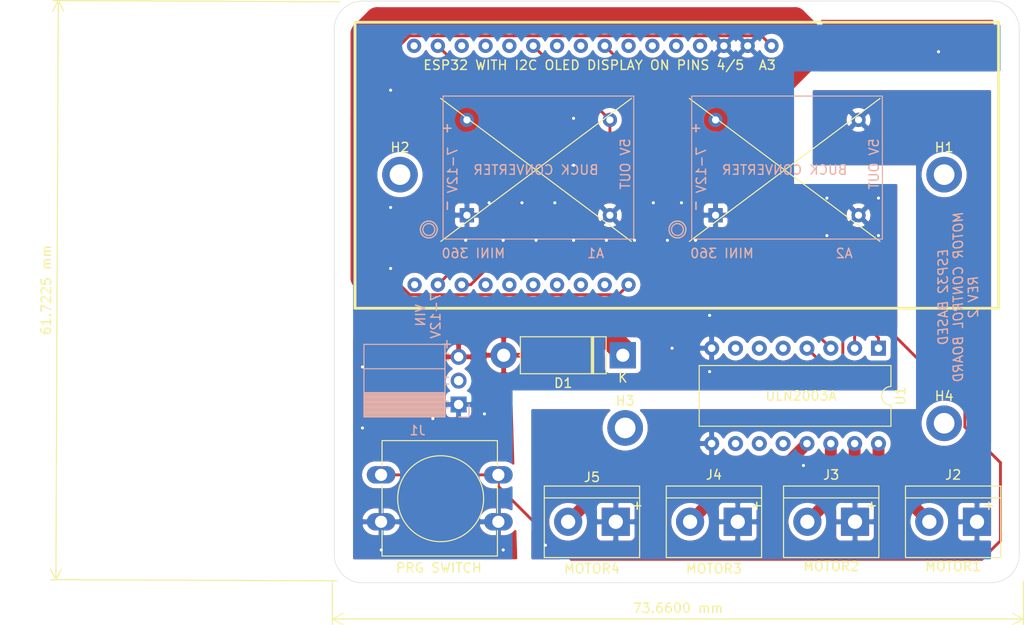
<source format=kicad_pcb>
(kicad_pcb (version 20211014) (generator pcbnew)
  (layers (0 "F.Cu" signal) (31 "B.Cu" signal) (34 "B.Paste" user) (35 "F.Paste" user) (36 "B.SilkS" user "B.Silkscreen") (37 "F.SilkS" user "F.Silkscreen") (38 "B.Mask" user) (39 "F.Mask" user) (44 "Edge.Cuts" user))
  (net 0 "")
  (net 1 "GND")
  (net 2 "VCC")
  (net 3 "Net-(A3-Pad25)")
  (net 4 "Net-(A3-Pad21)")
  (net 5 "Net-(A3-Pad18)")
  (net 6 "Net-(A3-Pad3)")
  (net 7 "Net-(A3-Pad2)")
  (net 8 "Net-(J2-Pad2)")
  (net 9 "Net-(J3-Pad2)")
  (net 10 "Net-(J4-Pad2)")
  (net 11 "Net-(J5-Pad2)")
  (net 12 "/5V_2")
  (net 13 "Net-(A3-Pad26)")
  (net 14 "Net-(A3-Pad24)")
  (net 15 "Net-(A3-Pad23)")
  (net 16 "Net-(A3-Pad22)")
  (net 17 "Net-(A3-Pad20)")
  (net 18 "Net-(A3-Pad19)")
  (net 19 "Net-(A3-Pad17)")
  (net 20 "Net-(A3-Pad16)")
  (net 21 "Net-(A3-Pad15)")
  (net 22 "Net-(A3-Pad14)")
  (net 23 "Net-(A3-Pad9)")
  (net 24 "Net-(A3-Pad8)")
  (net 25 "Net-(A3-Pad7)")
  (net 26 "Net-(A3-Pad6)")
  (net 27 "Net-(A3-Pad5)")
  (net 28 "Net-(A3-Pad4)")
  (net 29 "Net-(A3-Pad1)")
  (net 30 "Net-(U1-Pad7)")
  (net 31 "Net-(U1-Pad6)")
  (net 32 "Net-(U1-Pad5)")
  (net 33 "Net-(U1-Pad12)")
  (net 34 "Net-(U1-Pad11)")
  (net 35 "Net-(U1-Pad10)")
  (net 36 "/DC_IN")
  (net 37 "/VRAW")
  (net 38 "Net-(J1-Pad2)")
  (footprint "MountingHole:MountingHole_2.2mm_M2_DIN965_Pad" (layer "F.Cu") (at 121 86.5)
    (fp_text reference "H2" (at 0 -2.9) (layer "F.SilkS"))
    (fp_text value "MountingHole")
    (pad "1" thru_hole circle locked (at 0 0) (size 3.8 3.8) (drill 2.2) (layers *.Cu *.Mask))
  )
  (footprint "MountingHole:MountingHole_2.2mm_M2_DIN965_Pad" (layer "F.Cu") (at 145 113.5)
    (fp_text reference "H3" (at 0 -2.9) (layer "F.SilkS"))
    (fp_text value "MountingHole")
    (pad "1" thru_hole circle locked (at 0 0) (size 3.8 3.8) (drill 2.2) (layers *.Cu *.Mask))
  )
  (footprint "MountingHole:MountingHole_2.2mm_M2_DIN965_Pad" (layer "F.Cu") (at 179 86.5)
    (fp_text reference "H1" (at 0 -2.9) (layer "F.SilkS"))
    (fp_text value "MountingHole")
    (pad "1" thru_hole circle locked (at 0 0) (size 3.8 3.8) (drill 2.2) (layers *.Cu *.Mask))
  )
  (footprint "TerminalBlock:TerminalBlock_bornier-2_P5.08mm" (layer "F.Cu") (at 144 123.5 180)
    (fp_text reference "J5" (at 2.54 4.75) (layer "F.SilkS"))
    (fp_text value "MOTOR4" (at 2.54 -5) (layer "F.SilkS"))
    (fp_text user "+" (at -2.286 1.778) (layer "F.SilkS"))
    (fp_line (start 7.62 3.81) (end 7.62 -3.81) (layer "F.SilkS") (width 0.12))
    (fp_line (start -2.54 3.81) (end 7.62 3.81) (layer "F.SilkS") (width 0.12))
    (fp_line (start 7.62 -3.81) (end -2.54 -3.81) (layer "F.SilkS") (width 0.12))
    (fp_line (start 7.62 2.54) (end -2.54 2.54) (layer "F.SilkS") (width 0.12))
    (fp_line (start -2.54 -3.81) (end -2.54 3.81) (layer "F.SilkS") (width 0.12))
    (pad "1" thru_hole rect locked (at 0 0 180) (size 3 3) (drill 1.52) (layers *.Cu *.Mask) (net 2 "VCC"))
    (pad "2" thru_hole circle locked (at 5.08 0 180) (size 3 3) (drill 1.52) (layers *.Cu *.Mask) (net 11 "Net-(J5-Pad2)"))
  )
  (footprint "esp-toy:ESP32-OLED" (layer "F.Cu") (at 150.5 85.5)
    (fp_text reference "A3" (at 9.652 -10.668) (layer "F.SilkS"))
    (fp_text value "ESP32-OLED")
    (fp_text user "ESP32 WITH I2C OLED DISPLAY ON PINS 4/5" (at -9.906 -10.668) (layer "F.SilkS"))
    (fp_line (start 34.29 15.24) (end 34.29 -15.24) (layer "F.SilkS") (width 0.3))
    (fp_line (start -34.29 15.24) (end -34.29 11.43) (layer "F.SilkS") (width 0.12))
    (fp_line (start -34.29 15.24) (end 34.29 15.24) (layer "F.SilkS") (width 0.3))
    (fp_line (start 34.29 -15.24) (end -34.29 -15.24) (layer "F.SilkS") (width 0.3))
    (fp_line (start -34.29 -15.24) (end -34.29 -6.35) (layer "F.SilkS") (width 0.12))
    (fp_line (start -34.29 -15.24) (end -34.29 15.24) (layer "F.SilkS") (width 0.3))
    (pad "1" thru_hole circle locked (at -27.94 12.73) (size 1.524 1.524) (drill 0.762) (layers *.Cu *.Mask) (net 29 "Net-(A3-Pad1)"))
    (pad "2" thru_hole circle locked (at -25.46 12.73) (size 1.524 1.524) (drill 0.762) (layers *.Cu *.Mask) (net 7 "Net-(A3-Pad2)"))
    (pad "3" thru_hole circle locked (at -22.92 12.73) (size 1.524 1.524) (drill 0.762) (layers *.Cu *.Mask) (net 6 "Net-(A3-Pad3)"))
    (pad "4" thru_hole circle locked (at -20.38 12.73) (size 1.524 1.524) (drill 0.762) (layers *.Cu *.Mask) (net 28 "Net-(A3-Pad4)"))
    (pad "5" thru_hole circle locked (at -17.84 12.73) (size 1.524 1.524) (drill 0.762) (layers *.Cu *.Mask) (net 27 "Net-(A3-Pad5)"))
    (pad "6" thru_hole circle locked (at -15.3 12.73) (size 1.524 1.524) (drill 0.762) (layers *.Cu *.Mask) (net 26 "Net-(A3-Pad6)"))
    (pad "7" thru_hole circle locked (at -12.76 12.73) (size 1.524 1.524) (drill 0.762) (layers *.Cu *.Mask) (net 25 "Net-(A3-Pad7)"))
    (pad "8" thru_hole circle locked (at -10.22 12.73) (size 1.524 1.524) (drill 0.762) (layers *.Cu *.Mask) (net 24 "Net-(A3-Pad8)"))
    (pad "9" thru_hole circle locked (at -7.68 12.73) (size 1.524 1.524) (drill 0.762) (layers *.Cu *.Mask) (net 23 "Net-(A3-Pad9)"))
    (pad "10" thru_hole circle locked (at -5.14 12.73) (size 1.524 1.524) (drill 0.762) (layers *.Cu *.Mask) (net 12 "/5V_2"))
    (pad "11" thru_hole circle locked (at 10.1 -12.73) (size 1.524 1.524) (drill 0.762) (layers *.Cu *.Mask) (net 12 "/5V_2"))
    (pad "12" thru_hole circle locked (at 7.56 -12.73) (size 1.524 1.524) (drill 0.762) (layers *.Cu *.Mask) (net 1 "GND"))
    (pad "13" thru_hole circle locked (at 5.02 -12.73) (size 1.524 1.524) (drill 0.762) (layers *.Cu *.Mask) (net 1 "GND"))
    (pad "14" thru_hole circle locked (at 2.48 -12.73) (size 1.524 1.524) (drill 0.762) (layers *.Cu *.Mask) (net 22 "Net-(A3-Pad14)"))
    (pad "15" thru_hole circle locked (at -0.06 -12.73) (size 1.524 1.524) (drill 0.762) (layers *.Cu *.Mask) (net 21 "Net-(A3-Pad15)"))
    (pad "16" thru_hole circle locked (at -2.6 -12.73) (size 1.524 1.524) (drill 0.762) (layers *.Cu *.Mask) (net 20 "Net-(A3-Pad16)"))
    (pad "17" thru_hole circle locked (at -5.14 -12.73) (size 1.524 1.524) (drill 0.762) (layers *.Cu *.Mask) (net 19 "Net-(A3-Pad17)"))
    (pad "18" thru_hole circle locked (at -7.68 -12.73) (size 1.524 1.524) (drill 0.762) (layers *.Cu *.Mask) (net 5 "Net-(A3-Pad18)"))
    (pad "19" thru_hole circle locked (at -10.22 -12.73) (size 1.524 1.524) (drill 0.762) (layers *.Cu *.Mask) (net 18 "Net-(A3-Pad19)"))
    (pad "20" thru_hole circle locked (at -12.76 -12.73) (size 1.524 1.524) (drill 0.762) (layers *.Cu *.Mask) (net 17 "Net-(A3-Pad20)"))
    (pad "21" thru_hole circle locked (at -15.3 -12.73) (size 1.524 1.524) (drill 0.762) (layers *.Cu *.Mask) (net 4 "Net-(A3-Pad21)"))
    (pad "22" thru_hole circle locked (at -17.84 -12.73) (size 1.524 1.524) (drill 0.762) (layers *.Cu *.Mask) (net 16 "Net-(A3-Pad22)"))
    (pad "23" thru_hole circle locked (at -20.38 -12.73) (size 1.524 1.524) (drill 0.762) (layers *.Cu *.Mask) (net 15 "Net-(A3-Pad23)"))
    (pad "24" thru_hole circle locked (at -22.92 -12.73) (size 1.524 1.524) (drill 0.762) (layers *.Cu *.Mask) (net 14 "Net-(A3-Pad24)"))
    (pad "25" thru_hole circle locked (at -25.46 -12.73) (size 1.524 1.524) (drill 0.762) (layers *.Cu *.Mask) (net 3 "Net-(A3-Pad25)"))
    (pad "26" thru_hole circle locked (at -28 -12.73) (size 1.524 1.524) (drill 0.762) (layers *.Cu *.Mask) (net 13 "Net-(A3-Pad26)"))
  )
  (footprint "TerminalBlock:TerminalBlock_bornier-2_P5.08mm" (layer "F.Cu") (at 157 123.5 180)
    (fp_text reference "J4" (at 2.54 5) (layer "F.SilkS"))
    (fp_text value "MOTOR3" (at 2.54 -5) (layer "F.SilkS"))
    (fp_text user "+" (at -2.032 1.778) (layer "F.SilkS"))
    (fp_line (start 7.62 -3.81) (end -2.54 -3.81) (layer "F.SilkS") (width 0.12))
    (fp_line (start -2.54 3.81) (end 7.62 3.81) (layer "F.SilkS") (width 0.12))
    (fp_line (start -2.54 -3.81) (end -2.54 3.81) (layer "F.SilkS") (width 0.12))
    (fp_line (start 7.62 2.54) (end -2.54 2.54) (layer "F.SilkS") (width 0.12))
    (fp_line (start 7.62 3.81) (end 7.62 -3.81) (layer "F.SilkS") (width 0.12))
    (pad "1" thru_hole rect locked (at 0 0 180) (size 3 3) (drill 1.52) (layers *.Cu *.Mask) (net 2 "VCC"))
    (pad "2" thru_hole circle locked (at 5.08 0 180) (size 3 3) (drill 1.52) (layers *.Cu *.Mask) (net 10 "Net-(J4-Pad2)"))
  )
  (footprint "MountingHole:MountingHole_2.2mm_M2_DIN965_Pad" (layer "F.Cu") (at 179 113)
    (fp_text reference "H4" (at 0 -2.9) (layer "F.SilkS"))
    (fp_text value "MountingHole")
    (pad "1" thru_hole circle locked (at 0 0) (size 3.8 3.8) (drill 2.2) (layers *.Cu *.Mask))
  )
  (footprint "Button_Switch_THT:SW_PUSH-12mm" (layer "F.Cu") (at 118.986 118.5)
    (fp_text reference "SW1")
    (fp_text value "PRG SWITCH" (at 6.15 9.906) (layer "F.SilkS"))
    (fp_line (start 0.1 4.07) (end 0.1 0.93) (layer "F.SilkS") (width 0.12))
    (fp_line (start 12.4 5.93) (end 12.4 8.65) (layer "F.SilkS") (width 0.12))
    (fp_line (start 0.1 8.65) (end 0.1 5.93) (layer "F.SilkS") (width 0.12))
    (fp_line (start 0.1 -0.93) (end 0.1 -3.65) (layer "F.SilkS") (width 0.12))
    (fp_line (start 12.4 0.93) (end 12.4 4.07) (layer "F.SilkS") (width 0.12))
    (fp_line (start 12.4 8.65) (end 0.1 8.65) (layer "F.SilkS") (width 0.12))
    (fp_line (start 12.4 -3.65) (end 12.4 -0.93) (layer "F.SilkS") (width 0.12))
    (fp_line (start 0.1 -3.65) (end 12.4 -3.65) (layer "F.SilkS") (width 0.12))
    (fp_circle (center 6.35 2.54) (end 10.16 5.08) (layer "F.SilkS") (width 0.12) (fill none))
    (pad "1" thru_hole oval locked (at 0 0) (size 3.048 1.85) (drill 1.3) (layers *.Cu *.Mask) (net 5 "Net-(A3-Pad18)"))
    (pad "1" thru_hole oval locked (at 12.5 0) (size 3.048 1.85) (drill 1.3) (layers *.Cu *.Mask) (net 5 "Net-(A3-Pad18)"))
    (pad "2" thru_hole oval locked (at 0 5) (size 3.048 1.85) (drill 1.3) (layers *.Cu *.Mask) (net 1 "GND"))
    (pad "2" thru_hole oval locked (at 12.5 5) (size 3.048 1.85) (drill 1.3) (layers *.Cu *.Mask) (net 1 "GND"))
  )
  (footprint "Package_DIP:DIP-16_W10.16mm" (layer "F.Cu") (at 172 105 -90)
    (fp_text reference "U1" (at 5.08 -2.33 90) (layer "F.SilkS"))
    (fp_text value "ULN2003A")
    (fp_text user "ULN2003A" (at 5.08 8.255 180) (layer "F.SilkS"))
    (fp_line (start 1.845 19.11) (end 8.315 19.11) (layer "F.SilkS") (width 0.12))
    (fp_line (start 8.315 -1.33) (end 6.08 -1.33) (layer "F.SilkS") (width 0.12))
    (fp_line (start 1.845 -1.33) (end 1.845 19.11) (layer "F.SilkS") (width 0.12))
    (fp_line (start 8.315 19.11) (end 8.315 -1.33) (layer "F.SilkS") (width 0.12))
    (fp_line (start 4.08 -1.33) (end 1.845 -1.33) (layer "F.SilkS") (width 0.12))
    (fp_arc (start 6.08 -1.33) (mid 5.08 -0.33) (end 4.08 -1.33) (layer "F.SilkS") (width 0.12))
    (pad "1" thru_hole rect locked (at 0 0 270) (size 1.6 1.6) (drill 0.8) (layers *.Cu *.Mask) (net 4 "Net-(A3-Pad21)"))
    (pad "2" thru_hole oval locked (at 0 2.54 270) (size 1.6 1.6) (drill 0.8) (layers *.Cu *.Mask) (net 3 "Net-(A3-Pad25)"))
    (pad "3" thru_hole oval locked (at 0 5.08 270) (size 1.6 1.6) (drill 0.8) (layers *.Cu *.Mask) (net 6 "Net-(A3-Pad3)"))
    (pad "4" thru_hole oval locked (at 0 7.62 270) (size 1.6 1.6) (drill 0.8) (layers *.Cu *.Mask) (net 7 "Net-(A3-Pad2)"))
    (pad "5" thru_hole oval locked (at 0 10.16 270) (size 1.6 1.6) (drill 0.8) (layers *.Cu *.Mask) (net 32 "Net-(U1-Pad5)"))
    (pad "6" thru_hole oval locked (at 0 12.7 270) (size 1.6 1.6) (drill 0.8) (layers *.Cu *.Mask) (net 31 "Net-(U1-Pad6)"))
    (pad "7" thru_hole oval locked (at 0 15.24 270) (size 1.6 1.6) (drill 0.8) (layers *.Cu *.Mask) (net 30 "Net-(U1-Pad7)"))
    (pad "8" thru_hole oval locked (at 0 17.78 270) (size 1.6 1.6) (drill 0.8) (layers *.Cu *.Mask) (net 1 "GND"))
    (pad "9" thru_hole oval locked (at 10.16 17.78 270) (size 1.6 1.6) (drill 0.8) (layers *.Cu *.Mask) (net 2 "VCC"))
    (pad "10" thru_hole oval locked (at 10.16 15.24 270) (size 1.6 1.6) (drill 0.8) (layers *.Cu *.Mask) (net 35 "Net-(U1-Pad10)"))
    (pad "11" thru_hole oval locked (at 10.16 12.7 270) (size 1.6 1.6) (drill 0.8) (layers *.Cu *.Mask) (net 34 "Net-(U1-Pad11)"))
    (pad "12" thru_hole oval locked (at 10.16 10.16 270) (size 1.6 1.6) (drill 0.8) (layers *.Cu *.Mask) (net 33 "Net-(U1-Pad12)"))
    (pad "13" thru_hole oval locked (at 10.16 7.62 270) (size 1.6 1.6) (drill 0.8) (layers *.Cu *.Mask) (net 11 "Net-(J5-Pad2)"))
    (pad "14" thru_hole oval locked (at 10.16 5.08 270) (size 1.6 1.6) (drill 0.8) (layers *.Cu *.Mask) (net 10 "Net-(J4-Pad2)"))
    (pad "15" thru_hole oval locked (at 10.16 2.54 270) (size 1.6 1.6) (drill 0.8) (layers *.Cu *.Mask) (net 9 "Net-(J3-Pad2)"))
    (pad "16" thru_hole oval locked (at 10.16 0 270) (size 1.6 1.6) (drill 0.8) (layers *.Cu *.Mask) (net 8 "Net-(J2-Pad2)"))
  )
  (footprint "Diode_THT:D_5W_P12.70mm_Horizontal" (layer "F.Cu") (at 144.75 105.75 180)
    (fp_text reference "D1" (at 6.35 -2.97) (layer "F.SilkS"))
    (fp_text value "D")
    (fp_text user "K" (at 0 -2.4) (layer "F.SilkS"))
    (fp_line (start 10.92 -1.97) (end 1.78 -1.97) (layer "F.SilkS") (width 0.12))
    (fp_line (start 3.355 -1.97) (end 3.355 1.97) (layer "F.SilkS") (width 0.12))
    (fp_line (start 11.06 0) (end 10.92 0) (layer "F.SilkS") (width 0.12))
    (fp_line (start 10.92 1.97) (end 10.92 -1.97) (layer "F.SilkS") (width 0.12))
    (fp_line (start 1.78 1.97) (end 10.92 1.97) (layer "F.SilkS") (width 0.12))
    (fp_line (start 3.115 -1.97) (end 3.115 1.97) (layer "F.SilkS") (width 0.12))
    (fp_line (start 1.78 -1.97) (end 1.78 1.97) (layer "F.SilkS") (width 0.12))
    (fp_line (start 1.64 0) (end 1.78 0) (layer "F.SilkS") (width 0.12))
    (fp_line (start 3.235 -1.97) (end 3.235 1.97) (layer "F.SilkS") (width 0.12))
    (pad "1" thru_hole rect locked (at 0 0 180) (size 2.8 2.8) (drill 1.4) (layers *.Cu *.Mask) (net 36 "/DC_IN"))
    (pad "2" thru_hole oval locked (at 12.7 0 180) (size 2.8 2.8) (drill 1.4) (layers *.Cu *.Mask) (net 37 "/VRAW"))
  )
  (footprint "TerminalBlock:TerminalBlock_bornier-2_P5.08mm" (layer "F.Cu") (at 169.5 123.5 180)
    (fp_text reference "J3" (at 2.54 5) (layer "F.SilkS"))
    (fp_text value "MOTOR2" (at 2.54 -4.75) (layer "F.SilkS"))
    (fp_text user "+" (at -1.778 1.778) (layer "F.SilkS"))
    (fp_line (start -2.54 -3.81) (end -2.54 3.81) (layer "F.SilkS") (width 0.12))
    (fp_line (start -2.54 3.81) (end 7.62 3.81) (layer "F.SilkS") (width 0.12))
    (fp_line (start 7.62 -3.81) (end -2.54 -3.81) (layer "F.SilkS") (width 0.12))
    (fp_line (start 7.62 3.81) (end 7.62 -3.81) (layer "F.SilkS") (width 0.12))
    (fp_line (start 7.62 2.54) (end -2.54 2.54) (layer "F.SilkS") (width 0.12))
    (pad "1" thru_hole rect locked (at 0 0 180) (size 3 3) (drill 1.52) (layers *.Cu *.Mask) (net 2 "VCC"))
    (pad "2" thru_hole circle locked (at 5.08 0 180) (size 3 3) (drill 1.52) (layers *.Cu *.Mask) (net 9 "Net-(J3-Pad2)"))
  )
  (footprint "TerminalBlock:TerminalBlock_bornier-2_P5.08mm" (layer "F.Cu") (at 182.5 123.5 180)
    (fp_text reference "J2" (at 2.54 5) (layer "F.SilkS"))
    (fp_text value "MOTOR1" (at 2.54 -4.75) (layer "F.SilkS"))
    (fp_text user "+" (at -1.27 1.778) (layer "F.SilkS"))
    (fp_line (start 7.62 -3.81) (end -2.54 -3.81) (layer "F.SilkS") (width 0.12))
    (fp_line (start 7.62 3.81) (end 7.62 -3.81) (layer "F.SilkS") (width 0.12))
    (fp_line (start 7.62 2.54) (end -2.54 2.54) (layer "F.SilkS") (width 0.12))
    (fp_line (start -2.54 -3.81) (end -2.54 3.81) (layer "F.SilkS") (width 0.12))
    (fp_line (start -2.54 3.81) (end 7.62 3.81) (layer "F.SilkS") (width 0.12))
    (pad "1" thru_hole rect locked (at 0 0 180) (size 3 3) (drill 1.52) (layers *.Cu *.Mask) (net 2 "VCC"))
    (pad "2" thru_hole circle locked (at 5.08 0 180) (size 3 3) (drill 1.52) (layers *.Cu *.Mask) (net 8 "Net-(J2-Pad2)"))
  )
  (footprint "esp-toy:MINI_360" (layer "B.Cu") (at 135.5 86)
    (fp_text reference "A1" (at 6.35 8.89) (layer "B.SilkS") (effects (justify mirror)))
    (fp_text value "MINI_360")
    (fp_text user "MINI 360" (at -10.16 8.89) (layer "B.SilkS") (effects (justify right mirror)))
    (fp_text user "BUCK CONVERTER" (at 0 0) (layer "B.SilkS") (effects (justify mirror)))
    (fp_text user "+" (at -9.525 -4.445 -90) (layer "B.SilkS") (effects (justify mirror)))
    (fp_text user "5V OUT" (at 9.525 -0.635 -90) (layer "B.SilkS") (effects (justify mirror)))
    (fp_text user "-" (at -9.525 3.81 -90) (layer "B.SilkS") (effects (justify mirror)))
    (fp_text user "7-12V" (at -8.89 0 -90) (layer "B.SilkS") (effects (justify mirror)))
    (fp_text user "+" (at -9.525 -4.445 -90) (layer "B.SilkS") (effects (justify mirror)))
    (fp_text user "-" (at -9.525 3.81 -90) (layer "B.SilkS") (effects (justify mirror)))
    (fp_line (start 10.414 7.366) (end 10.414 -7.874) (layer "B.SilkS") (width 0.12))
    (fp_line (start -9.906 7.366) (end 10.414 7.366) (layer "B.SilkS") (width 0.12))
    (fp_line (start -9.906 -7.874) (end -9.906 7.366) (layer "B.SilkS") (width 0.12))
    (fp_line (start 10.414 -7.874) (end -9.906 -7.874) (layer "B.SilkS") (width 0.12))
    (fp_circle (center -11.43 6.35) (end -11.43 6.985) (layer "B.SilkS") (width 0.12) (fill none))
    (fp_circle (center -11.43 6.35) (end -11.43 6.985) (layer "B.SilkS") (width 0.12) (fill none))
    (fp_circle (center -11.43 6.35) (end -10.795 5.715) (layer "B.SilkS") (width 0.12) (fill none))
    (fp_line (start 10.16 7.62) (end -10.16 -7.62) (layer "F.SilkS") (width 0.12))
    (fp_line (start -10.16 7.62) (end 10.16 -7.62) (layer "F.SilkS") (width 0.12))
    (fp_circle (center -11.43 6.35) (end -10.531974 6.35) (layer "F.SilkS") (width 0.12) (fill none))
    (pad "1" thru_hole rect locked (at -7.366 4.826) (size 1.524 1.524) (drill 0.762) (layers *.Cu *.Mask) (net 1 "GND"))
    (pad "2" thru_hole circle locked (at -7.366 -5.334) (size 1.524 1.524) (drill 0.762) (layers *.Cu *.Mask) (net 36 "/DC_IN"))
    (pad "3" thru_hole circle locked (at 7.874 -5.334) (size 1.524 1.524) (drill 0.762) (layers *.Cu *.Mask) (net 12 "/5V_2"))
    (pad "4" thru_hole circle locked (at 7.874 4.826) (size 1.524 1.524) (drill 0.762) (layers *.Cu *.Mask) (net 1 "GND"))
  )
  (footprint "esp-toy:MINI_360" (layer "B.Cu") (at 162 86)
    (fp_text reference "A2" (at 6.35 8.89) (layer "B.SilkS") (effects (justify mirror)))
    (fp_text value "MINI_360")
    (fp_text user "7-12V" (at -8.89 0 -90) (layer "B.SilkS") (effects (justify mirror)))
    (fp_text user "5V OUT" (at 9.525 -0.635 -90) (layer "B.SilkS") (effects (justify mirror)))
    (fp_text user "-" (at -9.525 3.81 -90) (layer "B.SilkS") (effects (justify mirror)))
    (fp_text user "MINI 360" (at -10.16 8.89) (layer "B.SilkS") (effects (justify right mirror)))
    (fp_text user "+" (at -9.525 -4.445 -90) (layer "B.SilkS") (effects (justify mirror)))
    (fp_text user "BUCK CONVERTER" (at 0 0) (layer "B.SilkS") (effects (justify mirror)))
    (fp_text user "+" (at -9.525 -4.445 -90) (layer "B.SilkS") (effects (justify mirror)))
    (fp_text user "-" (at -9.525 3.81 -90) (layer "B.SilkS") (effects (justify mirror)))
    (fp_line (start -9.906 -7.874) (end -9.906 7.366) (layer "B.SilkS") (width 0.12))
    (fp_line (start 10.414 7.366) (end 10.414 -7.874) (layer "B.SilkS") (width 0.12))
    (fp_line (start 10.414 -7.874) (end -9.906 -7.874) (layer "B.SilkS") (width 0.12))
    (fp_line (start -9.906 7.366) (end 10.414 7.366) (layer "B.SilkS") (width 0.12))
    (fp_circle (center -11.43 6.35) (end -11.43 6.985) (layer "B.SilkS") (width 0.12) (fill none))
    (fp_circle (center -11.43 6.35) (end -10.795 5.715) (layer "B.SilkS") (width 0.12) (fill none))
    (fp_circle (center -11.43 6.35) (end -11.43 6.985) (layer "B.SilkS") (width 0.12) (fill none))
    (fp_line (start 10.16 7.62) (end -10.16 -7.62) (layer "F.SilkS") (width 0.12))
    (fp_line (start -10.16 7.62) (end 10.16 -7.62) (layer "F.SilkS") (width 0.12))
    (fp_circle (center -11.43 6.35) (end -10.531974 6.35) (layer "F.SilkS") (width 0.12) (fill none))
    (pad "1" thru_hole rect locked (at -7.366 4.826) (size 1.524 1.524) (drill 0.762) (layers *.Cu *.Mask) (net 1 "GND"))
    (pad "2" thru_hole circle locked (at -7.366 -5.334) (size 1.524 1.524) (drill 0.762) (layers *.Cu *.Mask) (net 36 "/DC_IN"))
    (pad "3" thru_hole circle locked (at 7.874 -5.334) (size 1.524 1.524) (drill 0.762) (layers *.Cu *.Mask) (net 2 "VCC"))
    (pad "4" thru_hole circle locked (at 7.874 4.826) (size 1.524 1.524) (drill 0.762) (layers *.Cu *.Mask) (net 1 "GND"))
  )
  (footprint "Connector_PinSocket_2.54mm:PinSocket_1x03_P2.54mm_Horizontal" (layer "B.Cu") (at 127.25 111)
    (fp_text reference "J1" (at -4.38 2.77) (layer "B.SilkS") (effects (justify mirror)))
    (fp_text value "Conn_01x03_Female")
    (fp_text user "+" (at -1.25 -6.5) (layer "B.SilkS") (effects (justify mirror)))
    (fp_line (start -1.46 -2.18) (end -1.05 -2.18) (layer "B.SilkS") (width 0.12))
    (fp_line (start -1.46 -2.9) (end -1.05 -2.9) (layer "B.SilkS") (width 0.12))
    (fp_line (start -10.09 -1.27) (end -1.46 -1.27) (layer "B.SilkS") (width 0.12))
    (fp_line (start -10.09 0.02905) (end -1.46 0.02905) (layer "B.SilkS") (width 0.12))
    (fp_line (start -10.09 -6.41) (end -1.46 -6.41) (layer "B.SilkS") (width 0.12))
    (fp_line (start -1.46 -0.36) (end -1.11 -0.36) (layer "B.SilkS") (width 0.12))
    (fp_line (start 0 1.33) (end 1.11 1.33) (layer "B.SilkS") (width 0.12))
    (fp_line (start -10.09 0.73762) (end -1.46 0.73762) (layer "B.SilkS") (width 0.12))
    (fp_line (start -10.09 -3.81) (end -1.46 -3.81) (layer "B.SilkS") (width 0.12))
    (fp_line (start -10.09 -0.44333) (end -1.46 -0.44333) (layer "B.SilkS") (width 0.12))
    (fp_line (start -10.09 -0.20714) (end -1.46 -0.20714) (layer "B.SilkS") (width 0.12))
    (fp_line (start -10.09 -1.1519) (end -1.46 -1.1519) (layer "B.SilkS") (width 0.12))
    (fp_line (start -10.09 -0.561425) (end -1.46 -0.561425) (layer "B.SilkS") (width 0.12))
    (fp_line (start -10.09 -1.033805) (end -1.46 -1.033805) (layer "B.SilkS") (width 0.12))
    (fp_line (start -10.09 1.33) (end -10.09 -6.41) (layer "B.SilkS") (width 0.12))
    (fp_line (start -1.46 1.33) (end -1.46 -6.41) (layer "B.SilkS") (width 0.12))
    (fp_line (start -10.09 1.33) (end -1.46 1.33) (layer "B.SilkS") (width 0.12))
    (fp_line (start -10.09 1.21) (end -1.46 1.21) (layer "B.SilkS") (width 0.12))
    (fp_line (start -10.09 0.855715) (end -1.46 0.855715) (layer "B.SilkS") (width 0.12))
    (fp_line (start -10.09 -0.67952) (end -1.46 -0.67952) (layer "B.SilkS") (width 0.12))
    (fp_line (start -10.09 0.50143) (end -1.46 0.50143) (layer "B.SilkS") (width 0.12))
    (fp_line (start -10.09 0.147145) (end -1.46 0.147145) (layer "B.SilkS") (width 0.12))
    (fp_line (start -10.09 0.619525) (end -1.46 0.619525) (layer "B.SilkS") (width 0.12))
    (fp_line (start -10.09 -0.797615) (end -1.46 -0.797615) (layer "B.SilkS") (width 0.12))
    (fp_line (start -10.09 0.26524) (end -1.46 0.26524) (layer "B.SilkS") (width 0.12))
    (fp_line (start -10.09 -0.325235) (end -1.46 -0.325235) (layer "B.SilkS") (width 0.12))
    (fp_line (start -1.46 0.36) (end -1.11 0.36) (layer "B.SilkS") (width 0.12))
    (fp_line (start -1.46 -4.72) (end -1.05 -4.72) (layer "B.SilkS") (width 0.12))
    (fp_line (start -1.46 -5.44) (end -1.05 -5.44) (layer "B.SilkS") (width 0.12))
    (fp_line (start -10.09 0.383335) (end -1.46 0.383335) (layer "B.SilkS") (width 0.12))
    (fp_line (start -10.09 -0.089045) (end -1.46 -0.089045) (layer "B.SilkS") (width 0.12))
    (fp_line (start -10.09 -0.91571) (end -1.46 -0.91571) (layer "B.SilkS") (width 0.12))
    (fp_line (start -10.09 0.97381) (end -1.46 0.97381) (layer "B.SilkS") (width 0.12))
    (fp_line (start 1.11 1.33) (end 1.11 0) (layer "B.SilkS") (width 0.12))
    (fp_line (start -10.09 1.091905) (end -1.46 1.091905) (layer "B.SilkS") (width 0.12))
    (pad "1" thru_hole rect locked (at 0 0) (size 1.7 1.7) (drill 1) (layers *.Cu *.Mask) (net 1 "GND"))
    (pad "2" thru_hole oval locked (at 0 -2.54) (size 1.7 1.7) (drill 1) (layers *.Cu *.Mask) (net 38 "Net-(J1-Pad2)"))
    (pad "3" thru_hole oval locked (at 0 -5.08) (size 1.7 1.7) (drill 1) (layers *.Cu *.Mask) (net 37 "/VRAW"))
  )
  (gr_line (start 184 130) (end 117 130) (layer "Edge.Cuts") (width 0.05))
  (gr_line (start 187 71) (end 187 127) (layer "Edge.Cuts") (width 0.05))
  (gr_line (start 114 127) (end 114 71) (layer "Edge.Cuts") (width 0.05))
  (gr_line (start 117 68) (end 184 68) (layer "Edge.Cuts") (width 0.05))
  (gr_arc (start 117 130) (mid 114.87868 129.12132) (end 114 127) (layer "Edge.Cuts") (width 0.05))
  (gr_arc (start 187 127) (mid 186.12132 129.12132) (end 184 130) (layer "Edge.Cuts") (width 0.05))
  (gr_arc (start 184 68) (mid 186.12132 68.87868) (end 187 71) (layer "Edge.Cuts") (width 0.05))
  (gr_arc (start 114 71) (mid 114.87868 68.87868) (end 117 68) (layer "Edge.Cuts") (width 0.05))
  (gr_text "ESP32 BASED\nMOTOR CONTROL BOARD\nREV 2" (at 180.5 99.5 90) (layer "B.SilkS") (effects (font (size 1 1) (thickness 0.15) italic) (justify mirror)))
  (gr_text "VIN\n7-12V" (at 124 101.5 90) (layer "B.SilkS") (effects (font (size 1 1)) (justify mirror)))
  (dimension (type aligned) (layer "F.SilkS") (pts (xy 187.452 129.794) (xy 113.792 129.794)) (height -4.064) (gr_text "73.6600 mm" (at 150.622 132.708) (layer "F.SilkS") (effects (font (size 1 1) (thickness 0.15)))) (format (units 2) (units_format 1) (precision 4)) (style (thickness 0.12) (arrow_length 1.27) (text_position_mode 0) (extension_height 0.58642) (extension_offset 0) keep_text_aligned))
  (dimension (type aligned) (layer "F.SilkS") (pts (xy 114.554 68.072) (xy 114.3 129.794)) (height 29.975926) (gr_text "61.7225 mm" (at 83.301338 98.804911 89.76421623) (layer "F.SilkS") (effects (font (size 1 1) (thickness 0.15)))) (format (units 2) (units_format 1) (precision 4)) (style (thickness 0.12) (arrow_length 1.27) (text_position_mode 0) (extension_height 0.58642) (extension_offset 0) keep_text_aligned))
  (via (at 128 93.5) (size 0.6858) (drill 0.3302) (layers "F.Cu" "B.Cu") (net 1))
  (via (at 172 93) (size 0.6858) (drill 0.3302) (layers "F.Cu" "B.Cu") (net 1))
  (via (at 178.4 73.4) (size 0.6858) (drill 0.3302) (layers "F.Cu" "B.Cu") (net 1))
  (via (at 152.5 93.5) (size 0.6858) (drill 0.3302) (layers "F.Cu" "B.Cu") (net 1))
  (via (at 149.5 93.5) (size 0.6858) (drill 0.3302) (layers "F.Cu" "B.Cu") (net 1))
  (via (at 119 126.5) (size 0.6858) (drill 0.3302) (layers "F.Cu" "B.Cu") (net 1))
  (via (at 154 101.5) (size 0.6858) (drill 0.3302) (layers "F.Cu" "B.Cu") (net 1))
  (via (at 166.5 89) (size 0.6858) (drill 0.3302) (layers "F.Cu" "B.Cu") (net 1))
  (via (at 124.5 112.5) (size 0.6858) (drill 0.3302) (layers "F.Cu" "B.Cu") (net 1))
  (via (at 120 96.5) (size 0.6858) (drill 0.3302) (layers "F.Cu" "B.Cu") (net 1))
  (via (at 154 107.5) (size 0.6858) (drill 0.3302) (layers "F.Cu" "B.Cu") (net 1))
  (via (at 139.5 80.5) (size 0.6858) (drill 0.3302) (layers "F.Cu" "B.Cu") (net 1))
  (via (at 151 89.5) (size 0.6858) (drill 0.3302) (layers "F.Cu" "B.Cu") (net 1))
  (via (at 139.5 85.5) (size 0.6858) (drill 0.3302) (layers "F.Cu" "B.Cu") (net 1))
  (via (at 120 77.5) (size 0.6858) (drill 0.3302) (layers "F.Cu" "B.Cu") (net 1))
  (via (at 172 89) (size 0.6858) (drill 0.3302) (layers "F.Cu" "B.Cu") (net 1))
  (via (at 117 113.5) (size 0.6858) (drill 0.3302) (layers "F.Cu" "B.Cu") (net 1))
  (via (at 117 107) (size 0.6858) (drill 0.3302) (layers "F.Cu" "B.Cu") (net 1))
  (via (at 132 93.5) (size 0.6858) (drill 0.3302) (layers "F.Cu" "B.Cu") (net 1))
  (via (at 130 112) (size 0.6858) (drill 0.3302) (layers "F.Cu" "B.Cu") (net 1))
  (via (at 134 89.5) (size 0.6858) (drill 0.3302) (layers "F.Cu" "B.Cu") (net 1))
  (via (at 132 126.5) (size 0.6858) (drill 0.3302) (layers "F.Cu" "B.Cu") (net 1))
  (via (at 143 93.5) (size 0.6858) (drill 0.3302) (layers "F.Cu" "B.Cu") (net 1))
  (via (at 137.5 89.5) (size 0.6858) (drill 0.3302) (layers "F.Cu" "B.Cu") (net 1))
  (via (at 120 90) (size 0.6858) (drill 0.3302) (layers "F.Cu" "B.Cu") (net 1))
  (via (at 166.5 93) (size 0.6858) (drill 0.3302) (layers "F.Cu" "B.Cu") (net 1))
  (via (at 135.5 93.5) (size 0.6858) (drill 0.3302) (layers "F.Cu" "B.Cu") (net 1))
  (via (at 146 93.5) (size 0.6858) (drill 0.3302) (layers "F.Cu" "B.Cu") (net 1))
  (via (at 150 105) (size 0.6858) (drill 0.3302) (layers "F.Cu" "B.Cu") (net 1))
  (via (at 139.5 93.5) (size 0.6858) (drill 0.3302) (layers "F.Cu" "B.Cu") (net 1))
  (via (at 130.5 89.5) (size 0.6858) (drill 0.3302) (layers "F.Cu" "B.Cu") (net 1))
  (via (at 148 89.5) (size 0.6858) (drill 0.3302) (layers "F.Cu" "B.Cu") (net 1))
  (via (at 164 117.5) (size 0.6858) (drill 0.3302) (layers "F.Cu" "B.Cu") (net 2))
  (via (at 136.5 126) (size 0.6858) (drill 0.3302) (layers "F.Cu" "B.Cu") (net 2))
  (segment (start 169.46 103.86863) (end 169.46 105) (width 0.3048) (layer "F.Cu") (net 3))
  (segment (start 127.427211 75.157211) (end 142.257211 75.157211) (width 0.3048) (layer "F.Cu") (net 3))
  (segment (start 142.257211 75.157211) (end 169.46 102.36) (width 0.3048) (layer "F.Cu") (net 3))
  (segment (start 169.46 102.36) (end 169.46 103.86863) (width 0.3048) (layer "F.Cu") (net 3))
  (segment (start 125.04 72.77) (end 127.427211 75.157211) (width 0.3048) (layer "F.Cu") (net 3))
  (segment (start 142.8 74.7) (end 172 103.9) (width 0.3048) (layer "F.Cu") (net 4))
  (segment (start 172 103.9) (end 172 105) (width 0.3048) (layer "F.Cu") (net 4))
  (segment (start 137.13 74.7) (end 142.8 74.7) (width 0.3048) (layer "F.Cu") (net 4))
  (segment (start 135.2 72.77) (end 137.13 74.7) (width 0.3048) (layer "F.Cu") (net 4))
  (segment (start 131.486 118.5) (end 118.986 118.5) (width 0.3048) (layer "F.Cu") (net 5))
  (segment (start 131.486 119.7298) (end 139.2562 127.5) (width 0.3048) (layer "F.Cu") (net 5))
  (segment (start 183.024321 127.5) (end 185 125.524321) (width 0.3048) (layer "F.Cu") (net 5))
  (segment (start 181.204801 111.154801) (end 143.581999 73.531999) (width 0.3048) (layer "F.Cu") (net 5))
  (segment (start 139.2562 127.5) (end 183.024321 127.5) (width 0.3048) (layer "F.Cu") (net 5))
  (segment (start 131.486 118.5) (end 131.486 119.7298) (width 0.3048) (layer "F.Cu") (net 5))
  (segment (start 185 125.524321) (end 185 117.2) (width 0.3048) (layer "F.Cu") (net 5))
  (segment (start 143.581999 73.531999) (end 142.82 72.77) (width 0.3048) (layer "F.Cu") (net 5))
  (segment (start 185 117.2) (end 181.204801 113.404801) (width 0.3048) (layer "F.Cu") (net 5))
  (segment (start 181.204801 113.404801) (end 181.204801 111.154801) (width 0.3048) (layer "F.Cu") (net 5))
  (segment (start 128.541134 98.23) (end 130.271134 96.5) (width 0.3048) (layer "F.Cu") (net 6))
  (segment (start 158.42 96.5) (end 166.120001 104.200001) (width 0.3048) (layer "F.Cu") (net 6))
  (segment (start 130.271134 96.5) (end 158.42 96.5) (width 0.3048) (layer "F.Cu") (net 6))
  (segment (start 127.58 98.23) (end 128.541134 98.23) (width 0.3048) (layer "F.Cu") (net 6))
  (segment (start 166.120001 104.200001) (end 166.92 105) (width 0.3048) (layer "F.Cu") (net 6))
  (segment (start 168.2 103.9) (end 168.2 105.9) (width 0.3048) (layer "F.Cu") (net 7))
  (segment (start 167.6 106.5) (end 165.88 106.5) (width 0.3048) (layer "F.Cu") (net 7))
  (segment (start 160.05 95.75) (end 168.2 103.9) (width 0.3048) (layer "F.Cu") (net 7))
  (segment (start 165.179999 105.799999) (end 164.38 105) (width 0.3048) (layer "F.Cu") (net 7))
  (segment (start 127.52 95.75) (end 160.05 95.75) (width 0.3048) (layer "F.Cu") (net 7))
  (segment (start 168.2 105.9) (end 167.6 106.5) (width 0.3048) (layer "F.Cu") (net 7))
  (segment (start 125.04 98.23) (end 127.52 95.75) (width 0.3048) (layer "F.Cu") (net 7))
  (segment (start 165.88 106.5) (end 165.179999 105.799999) (width 0.3048) (layer "F.Cu") (net 7))
  (segment (start 172 118.08) (end 177.42 123.5) (width 1.27) (layer "F.Cu") (net 8))
  (segment (start 172 115.16) (end 172 118.08) (width 1.27) (layer "F.Cu") (net 8))
  (segment (start 169.46 115.16) (end 169.46 118.46) (width 1.27) (layer "F.Cu") (net 9))
  (segment (start 169.46 118.46) (end 164.42 123.5) (width 1.27) (layer "F.Cu") (net 9))
  (segment (start 166.92 115.16) (end 166.92 117.58) (width 1.27) (layer "F.Cu") (net 10))
  (segment (start 166.92 117.58) (end 164 120.5) (width 1.27) (layer "F.Cu") (net 10))
  (segment (start 164 120.5) (end 154.92 120.5) (width 1.27) (layer "F.Cu") (net 10))
  (segment (start 153.419999 122.000001) (end 151.92 123.5) (width 1.27) (layer "F.Cu") (net 10))
  (segment (start 154.92 120.5) (end 153.419999 122.000001) (width 1.27) (layer "F.Cu") (net 10))
  (segment (start 143.92 118.5) (end 140.419999 122.000001) (width 1.27) (layer "F.Cu") (net 11))
  (segment (start 164.38 115.16) (end 161.04 118.5) (width 1.27) (layer "F.Cu") (net 11))
  (segment (start 140.419999 122.000001) (end 138.92 123.5) (width 1.27) (layer "F.Cu") (net 11))
  (segment (start 161.04 118.5) (end 143.92 118.5) (width 1.27) (layer "F.Cu") (net 11))
  (segment (start 144.293199 99.296801) (end 122.047935 99.296801) (width 0.3048) (layer "F.Cu") (net 12))
  (segment (start 143.374 86.126) (end 143.374 80.666) (width 0.3048) (layer "F.Cu") (net 12))
  (segment (start 145.36 98.23) (end 144.293199 99.296801) (width 0.3048) (layer "F.Cu") (net 12))
  (segment (start 121 98.248866) (end 121 92.5) (width 0.3048) (layer "F.Cu") (net 12))
  (segment (start 126 87.5) (end 142 87.5) (width 0.3048) (layer "F.Cu") (net 12))
  (segment (start 142 87.5) (end 143.374 86.126) (width 0.3048) (layer "F.Cu") (net 12))
  (segment (start 122.047935 99.296801) (end 121 98.248866) (width 0.3048) (layer "F.Cu") (net 12))
  (segment (start 121 92.5) (end 126 87.5) (width 0.3048) (layer "F.Cu") (net 12))
  (segment (start 159.533199 71.703199) (end 121.996801 71.703199) (width 0.3048) (layer "F.Cu") (net 12))
  (segment (start 141.208 78.5) (end 143.374 80.666) (width 0.3048) (layer "F.Cu") (net 12))
  (segment (start 120.9 72.8) (end 120.9 76.4) (width 0.3048) (layer "F.Cu") (net 12))
  (segment (start 121.996801 71.703199) (end 120.9 72.8) (width 0.3048) (layer "F.Cu") (net 12))
  (segment (start 160.6 72.77) (end 159.533199 71.703199) (width 0.3048) (layer "F.Cu") (net 12))
  (segment (start 120.9 76.4) (end 123 78.5) (width 0.3048) (layer "F.Cu") (net 12))
  (segment (start 123 78.5) (end 141.208 78.5) (width 0.3048) (layer "F.Cu") (net 12))
  (segment (start 144.75 105.75) (end 144.75 105.25) (width 2.54) (layer "F.Cu") (net 36))
  (segment (start 128.134 80.666) (end 117.166 80.666) (width 2.54) (layer "F.Cu") (net 36))
  (segment (start 144.75 105.25) (end 141 101.5) (width 2.54) (layer "F.Cu") (net 36))
  (segment (start 127.834 80.666) (end 128.134 80.666) (width 2.54) (layer "F.Cu") (net 36))
  (segment (start 117.166 80.666) (end 117 80.5) (width 2.54) (layer "F.Cu") (net 36))
  (segment (start 164.4 74.1) (end 157.7 80.8) (width 2.54) (layer "F.Cu") (net 36))
  (segment (start 163.12519 69.92519) (end 164.4 71.2) (width 2.54) (layer "F.Cu") (net 36))
  (segment (start 117 80.5) (end 117 71.47608) (width 2.54) (layer "F.Cu") (net 36))
  (segment (start 141 101.25) (end 140.75 101.5) (width 2.54) (layer "F.Cu") (net 36))
  (segment (start 157.7 80.8) (end 156.070914 80.8) (width 2.54) (layer "F.Cu") (net 36))
  (segment (start 155.936914 80.666) (end 155.71163 80.666) (width 2.54) (layer "F.Cu") (net 36))
  (segment (start 156.070914 80.8) (end 155.936914 80.666) (width 2.54) (layer "F.Cu") (net 36))
  (segment (start 140.75 101.5) (end 121 101.5) (width 2.54) (layer "F.Cu") (net 36))
  (segment (start 117 71.47608) (end 118.55089 69.92519) (width 2.54) (layer "F.Cu") (net 36))
  (segment (start 155.71163 80.666) (end 154.634 80.666) (width 2.54) (layer "F.Cu") (net 36))
  (segment (start 121 101.5) (end 117 97.5) (width 2.54) (layer "F.Cu") (net 36))
  (segment (start 117 97.5) (end 117 80.5) (width 2.54) (layer "F.Cu") (net 36))
  (segment (start 164.4 71.2) (end 164.4 74.1) (width 2.54) (layer "F.Cu") (net 36))
  (segment (start 118.55089 69.92519) (end 163.12519 69.92519) (width 2.54) (layer "F.Cu") (net 36))
  (zone (net 1) (net_name "GND") (layer "F.Cu") (connect_pads (clearance 0.508)) (min_thickness 0.254) (fill yes (thermal_gap 0.508) (thermal_bridge_width 0.508))
    (polygon (pts (xy 184.5 75.5) (xy 163 75.5) (xy 163 87.5) (xy 174 87.5) (xy 174 109.5) (xy 138.5 109.5) (xy 138.5 100) (xy 116 100) (xy 115.75 70) (xy 184.25 70)))
  )
  (zone (net 1) (net_name "GND") (layer "F.Cu") (connect_pads (clearance 0.508)) (min_thickness 0.254) (fill yes (thermal_gap 0.508) (thermal_bridge_width 0.508))
    (polygon (pts (xy 123 104) (xy 123 111) (xy 133 111) (xy 133.5 127.5) (xy 116 127.5) (xy 116 104)))
  )
  (zone (net 2) (net_name "VCC") (layer "F.Cu") (connect_pads (clearance 0.508)) (min_thickness 0.254) (fill yes (thermal_gap 0.508) (thermal_bridge_width 0.508))
    (polygon (pts (xy 184 127.5) (xy 135 127.5) (xy 135 111.5) (xy 176 111.5) (xy 176 85.5) (xy 165 85.5) (xy 165 77.5) (xy 184 77.5)))
  )
  (zone (net 37) (net_name "/VRAW") (layer "F.Cu") (connect_pads (clearance 0.508)) (min_thickness 0.254) (fill yes (thermal_gap 0.508) (thermal_bridge_width 0.508))
    (polygon (pts (xy 136 108.5) (xy 125 108.5) (xy 125 103.5) (xy 136 103.5)))
  )
  (zone (net 1) (net_name "GND") (layer "B.Cu") (connect_pads (clearance 0.508)) (min_thickness 0.254) (fill yes (thermal_gap 0.508) (thermal_bridge_width 0.508))
    (polygon (pts (xy 185 75.5) (xy 163 75.5) (xy 163 87.5) (xy 174 87.5) (xy 174 109.5) (xy 133 109.5) (xy 133 127.5) (xy 116 127.5) (xy 116 70.5) (xy 185 70.5)))
  )
  (zone (net 2) (net_name "VCC") (layer "B.Cu") (connect_pads (clearance 0.508)) (min_thickness 0.254) (fill yes (thermal_gap 0.508) (thermal_bridge_width 0.508))
    (polygon (pts (xy 184 127.5) (xy 135 127.5) (xy 135 111.5) (xy 176 111.5) (xy 176 85.5) (xy 165 85.5) (xy 165 77.5) (xy 184 77.5)))
  )
)
</source>
